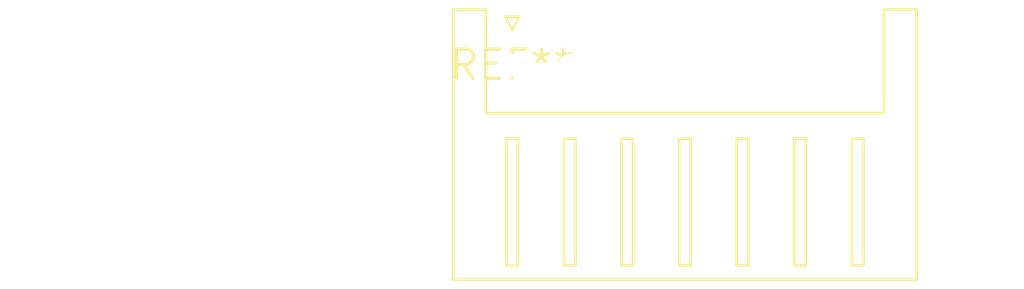
<source format=kicad_pcb>
(kicad_pcb (version 20240108) (generator pcbnew)
  (layers (0 "F.Cu" signal) (31 "B.Cu" signal) (34 "B.Paste" user) (35 "F.Paste" user) (36 "B.SilkS" user "B.Silkscreen") (37 "F.SilkS" user "F.Silkscreen") (38 "B.Mask" user) (39 "F.Mask" user) (44 "Edge.Cuts" user))
  (net 0 "")
  (footprint "JST_XH_S7B-XH-A_1x07_P2.50mm_Horizontal" (layer "F.Cu") (at 0 0)
    (property "Reference" "REF**")
    (property "Value" "JST_XH_S7B-XH-A_1x07_P2.50mm_Horizontal")
    (fp_line (start -2.56 -2.41) (end -1.14 -2.41) (layer "F.SilkS") (stroke (width 0.12)))
    (fp_line (start -2.56 9.31) (end -2.56 -2.41) (layer "F.SilkS") (stroke (width 0.12)))
    (fp_line (start -1.14 -2.41) (end -1.14 2.09) (layer "F.SilkS") (stroke (width 0.12)))
    (fp_line (start -1.14 2.09) (end 7.5 2.09) (layer "F.SilkS") (stroke (width 0.12)))
    (fp_line (start -0.3 -2.1) (end 0.3 -2.1) (layer "F.SilkS") (stroke (width 0.12)))
    (fp_line (start -0.25 3.2) (end -0.25 8.7) (layer "F.SilkS") (stroke (width 0.12)))
    (fp_line (start -0.25 8.7) (end 0.25 8.7) (layer "F.SilkS") (stroke (width 0.12)))
    (fp_line (start 0 -1.5) (end -0.3 -2.1) (layer "F.SilkS") (stroke (width 0.12)))
    (fp_line (start 0.25 3.2) (end -0.25 3.2) (layer "F.SilkS") (stroke (width 0.12)))
    (fp_line (start 0.25 8.7) (end 0.25 3.2) (layer "F.SilkS") (stroke (width 0.12)))
    (fp_line (start 0.3 -2.1) (end 0 -1.5) (layer "F.SilkS") (stroke (width 0.12)))
    (fp_line (start 2.25 3.2) (end 2.25 8.7) (layer "F.SilkS") (stroke (width 0.12)))
    (fp_line (start 2.25 8.7) (end 2.75 8.7) (layer "F.SilkS") (stroke (width 0.12)))
    (fp_line (start 2.75 3.2) (end 2.25 3.2) (layer "F.SilkS") (stroke (width 0.12)))
    (fp_line (start 2.75 8.7) (end 2.75 3.2) (layer "F.SilkS") (stroke (width 0.12)))
    (fp_line (start 4.75 3.2) (end 4.75 8.7) (layer "F.SilkS") (stroke (width 0.12)))
    (fp_line (start 4.75 8.7) (end 5.25 8.7) (layer "F.SilkS") (stroke (width 0.12)))
    (fp_line (start 5.25 3.2) (end 4.75 3.2) (layer "F.SilkS") (stroke (width 0.12)))
    (fp_line (start 5.25 8.7) (end 5.25 3.2) (layer "F.SilkS") (stroke (width 0.12)))
    (fp_line (start 7.25 3.2) (end 7.25 8.7) (layer "F.SilkS") (stroke (width 0.12)))
    (fp_line (start 7.25 8.7) (end 7.75 8.7) (layer "F.SilkS") (stroke (width 0.12)))
    (fp_line (start 7.5 9.31) (end -2.56 9.31) (layer "F.SilkS") (stroke (width 0.12)))
    (fp_line (start 7.5 9.31) (end 17.56 9.31) (layer "F.SilkS") (stroke (width 0.12)))
    (fp_line (start 7.75 3.2) (end 7.25 3.2) (layer "F.SilkS") (stroke (width 0.12)))
    (fp_line (start 7.75 8.7) (end 7.75 3.2) (layer "F.SilkS") (stroke (width 0.12)))
    (fp_line (start 9.75 3.2) (end 9.75 8.7) (layer "F.SilkS") (stroke (width 0.12)))
    (fp_line (start 9.75 8.7) (end 10.25 8.7) (layer "F.SilkS") (stroke (width 0.12)))
    (fp_line (start 10.25 3.2) (end 9.75 3.2) (layer "F.SilkS") (stroke (width 0.12)))
    (fp_line (start 10.25 8.7) (end 10.25 3.2) (layer "F.SilkS") (stroke (width 0.12)))
    (fp_line (start 12.25 3.2) (end 12.25 8.7) (layer "F.SilkS") (stroke (width 0.12)))
    (fp_line (start 12.25 8.7) (end 12.75 8.7) (layer "F.SilkS") (stroke (width 0.12)))
    (fp_line (start 12.75 3.2) (end 12.25 3.2) (layer "F.SilkS") (stroke (width 0.12)))
    (fp_line (start 12.75 8.7) (end 12.75 3.2) (layer "F.SilkS") (stroke (width 0.12)))
    (fp_line (start 14.75 3.2) (end 14.75 8.7) (layer "F.SilkS") (stroke (width 0.12)))
    (fp_line (start 14.75 8.7) (end 15.25 8.7) (layer "F.SilkS") (stroke (width 0.12)))
    (fp_line (start 15.25 3.2) (end 14.75 3.2) (layer "F.SilkS") (stroke (width 0.12)))
    (fp_line (start 15.25 8.7) (end 15.25 3.2) (layer "F.SilkS") (stroke (width 0.12)))
    (fp_line (start 16.14 -2.41) (end 16.14 2.09) (layer "F.SilkS") (stroke (width 0.12)))
    (fp_line (start 16.14 2.09) (end 7.5 2.09) (layer "F.SilkS") (stroke (width 0.12)))
    (fp_line (start 17.56 -2.41) (end 16.14 -2.41) (layer "F.SilkS") (stroke (width 0.12)))
    (fp_line (start 17.56 9.31) (end 17.56 -2.41) (layer "F.SilkS") (stroke (width 0.12)))
    (pad "1" thru_hole roundrect (at 0 0) (size 1.7 1.95) (drill 0.95) (layers *.Cu *.Mask) (remove_unused_layers) (roundrect_rratio 0.147059))
    (pad "2" thru_hole oval (at 2.5 0) (size 1.7 1.95) (drill 0.95) (layers *.Cu *.Mask) (remove_unused_layers))
    (pad "3" thru_hole oval (at 5 0) (size 1.7 1.95) (drill 0.95) (layers *.Cu *.Mask) (remove_unused_layers))
    (pad "4" thru_hole oval (at 7.5 0) (size 1.7 1.95) (drill 0.95) (layers *.Cu *.Mask) (remove_unused_layers))
    (pad "5" thru_hole oval (at 10 0) (size 1.7 1.95) (drill 0.95) (layers *.Cu *.Mask) (remove_unused_layers))
    (pad "6" thru_hole oval (at 12.5 0) (size 1.7 1.95) (drill 0.95) (layers *.Cu *.Mask) (remove_unused_layers))
    (pad "7" thru_hole oval (at 15 0) (size 1.7 1.95) (drill 0.95) (layers *.Cu *.Mask) (remove_unused_layers))
  )
)
</source>
